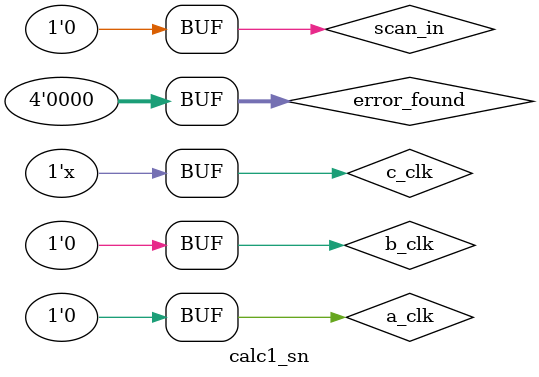
<source format=v>

`include "calc1_top.v"

module calc1_sn;

   wire [0:31] out_data1, 
	     out_data2, 
         out_data3, 
		 out_data4;

   wire [0:1] out_resp1, 
		 out_resp2, 
		 out_resp3, 
		 out_resp4;

   reg [0:3] req1_cmd_in, 
         req2_cmd_in, 
		 req3_cmd_in, 
		 req4_cmd_in;
   
   reg [0:31] req1_data_in,		
		 req2_data_in, 
		 req3_data_in, 
		 req4_data_in;
      
   reg [1:7] reset;

   reg  scan_in; 
   wire scan_out;

   reg [0:3] error_found; 

   reg a_clk;
   reg b_clk;
   reg c_clk;

   calc1_top calculator(out_data1, out_data2, out_data3, out_data4, out_resp1, out_resp2, out_resp3, out_resp4, scan_out, a_clk, b_clk, c_clk, error_found, req1_cmd_in, req1_data_in, req2_cmd_in, req2_data_in, req3_cmd_in, req3_data_in, req4_cmd_in, req4_data_in, reset, scan_in);

   initial 
     begin
        error_found = 4'b0000; // turns on all bugs
        scan_in = 0;
        a_clk = 0;
        b_clk = 0;
        c_clk = 0;
     end

   initial c_clk = 0;
   always #100 c_clk = ~c_clk;

endmodule // calc1_sn


</source>
